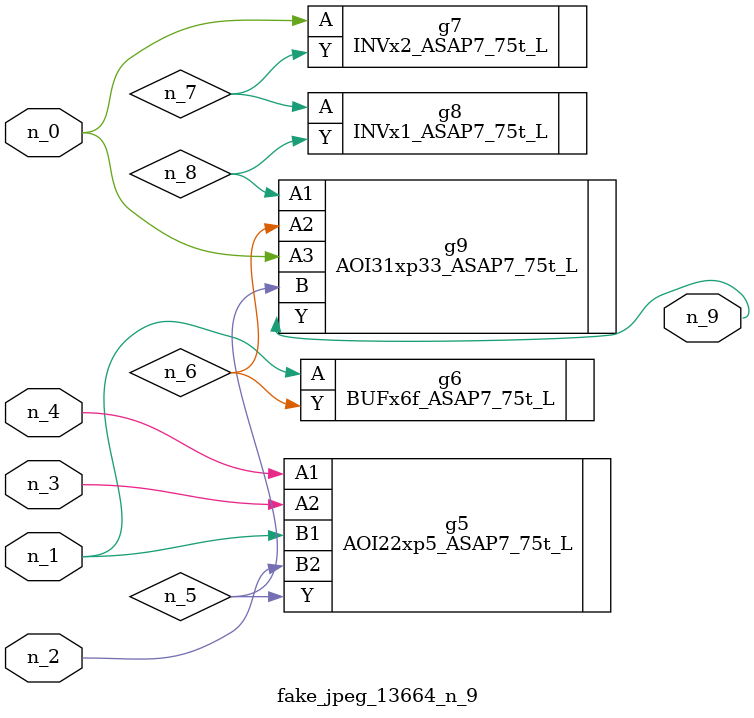
<source format=v>
module fake_jpeg_13664_n_9 (n_3, n_2, n_1, n_0, n_4, n_9);

input n_3;
input n_2;
input n_1;
input n_0;
input n_4;

output n_9;

wire n_8;
wire n_6;
wire n_5;
wire n_7;

AOI22xp5_ASAP7_75t_L g5 ( 
.A1(n_4),
.A2(n_3),
.B1(n_1),
.B2(n_2),
.Y(n_5)
);

BUFx6f_ASAP7_75t_L g6 ( 
.A(n_1),
.Y(n_6)
);

INVx2_ASAP7_75t_L g7 ( 
.A(n_0),
.Y(n_7)
);

INVx1_ASAP7_75t_L g8 ( 
.A(n_7),
.Y(n_8)
);

AOI31xp33_ASAP7_75t_L g9 ( 
.A1(n_8),
.A2(n_6),
.A3(n_0),
.B(n_5),
.Y(n_9)
);


endmodule
</source>
